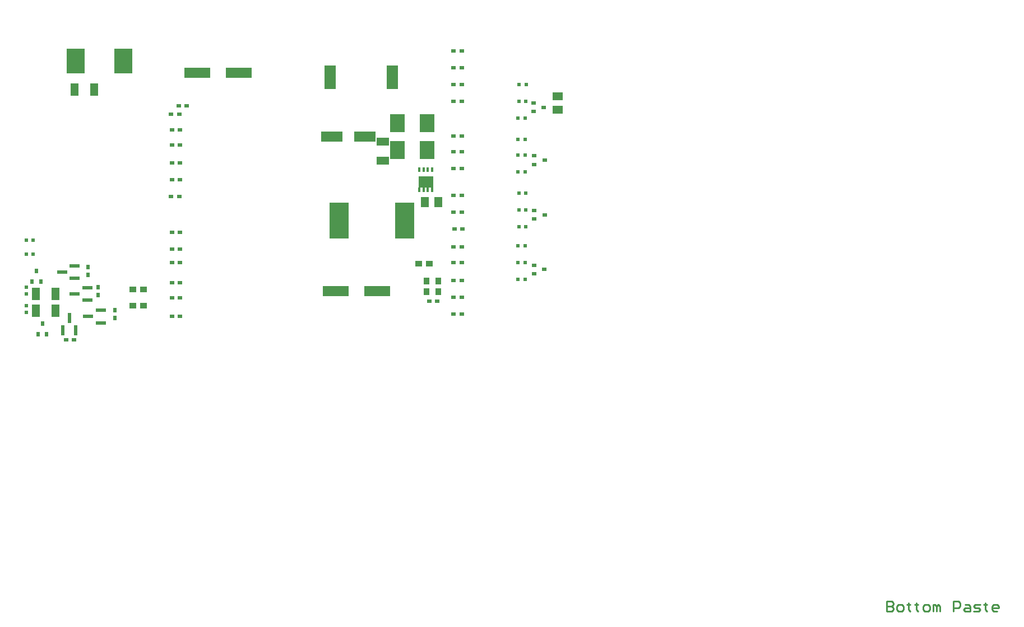
<source format=gbp>
%FSAX24Y24*%
%MOIN*%
G70*
G01*
G75*
G04 Layer_Color=128*
%ADD10C,0.0060*%
%ADD11C,0.0394*%
%ADD12R,0.0374X0.0394*%
%ADD13R,0.0394X0.0374*%
%ADD14R,0.0630X0.0500*%
%ADD15R,0.0500X0.0630*%
%ADD16R,0.0787X0.0787*%
%ADD17R,0.0850X0.1080*%
%ADD18R,0.0512X0.0728*%
%ADD19R,0.0276X0.0276*%
%ADD20R,0.0276X0.0276*%
%ADD21R,0.0236X0.0315*%
%ADD22R,0.0315X0.0236*%
%ADD23R,0.0728X0.0512*%
%ADD24R,0.0600X0.1000*%
%ADD25R,0.0591X0.1102*%
%ADD26R,0.0550X0.0450*%
%ADD27O,0.0669X0.0118*%
%ADD28R,0.0681X0.0748*%
%ADD29R,0.1654X0.1181*%
%ADD30O,0.0138X0.0669*%
%ADD31R,0.0500X0.1200*%
%ADD32R,0.0787X0.0787*%
%ADD33R,0.0220X0.0200*%
%ADD34R,0.0866X0.0236*%
%ADD35R,0.0866X0.0236*%
%ADD36R,0.0272X0.0390*%
%ADD37R,0.0965X0.0748*%
%ADD38R,0.0160X0.0250*%
%ADD39R,0.0197X0.0161*%
%ADD40R,0.0630X0.0118*%
%ADD41O,0.0630X0.0118*%
%ADD42C,0.0200*%
%ADD43C,0.0070*%
%ADD44C,0.0080*%
%ADD45C,0.0120*%
%ADD46C,0.0250*%
%ADD47C,0.0100*%
%ADD48C,0.0500*%
%ADD49C,0.0030*%
%ADD50C,0.0040*%
%ADD51C,0.0600*%
%ADD52C,0.1750*%
%ADD53R,0.0600X0.0600*%
%ADD54R,0.0600X0.0600*%
%ADD55C,0.0750*%
%ADD56R,0.0750X0.0750*%
%ADD57C,0.0800*%
%ADD58R,0.0800X0.0800*%
%ADD59C,0.0591*%
%ADD60R,0.0591X0.0591*%
%ADD61R,0.0550X0.0550*%
%ADD62C,0.0550*%
%ADD63R,0.0550X0.0550*%
%ADD64R,0.0591X0.0591*%
%ADD65C,0.0200*%
%ADD66C,0.0160*%
%ADD67C,0.0400*%
%ADD68C,0.0850*%
%ADD69C,0.0520*%
%ADD70C,0.0554*%
%ADD71C,0.0300*%
%ADD72R,0.1575X0.0630*%
%ADD73R,0.0200X0.0220*%
%ADD74R,0.0236X0.0591*%
%ADD75R,0.0591X0.0236*%
%ADD76R,0.1142X0.2126*%
%ADD77R,0.0701X0.1402*%
%ADD78R,0.0902X0.0673*%
%ADD79R,0.0134X0.0256*%
%ADD80R,0.0134X0.0315*%
%ADD81R,0.1260X0.0630*%
%ADD82R,0.1100X0.1500*%
%ADD83C,0.0050*%
%ADD84C,0.0098*%
%ADD85C,0.0079*%
%ADD86R,0.0200X0.1240*%
%ADD87R,0.0200X0.1640*%
%ADD88R,0.1240X0.0200*%
%ADD89C,0.0000*%
%ADD90R,0.0925X0.0709*%
%ADD91C,0.0787*%
%ADD92R,0.0454X0.0474*%
%ADD93R,0.0474X0.0454*%
%ADD94R,0.0710X0.0580*%
%ADD95R,0.0580X0.0710*%
%ADD96R,0.0867X0.0867*%
%ADD97R,0.0930X0.1160*%
%ADD98R,0.0592X0.0808*%
%ADD99R,0.0356X0.0356*%
%ADD100R,0.0356X0.0356*%
%ADD101R,0.0316X0.0395*%
%ADD102R,0.0395X0.0316*%
%ADD103R,0.0808X0.0592*%
%ADD104R,0.0680X0.1080*%
%ADD105R,0.0671X0.1182*%
%ADD106R,0.0630X0.0530*%
%ADD107O,0.0749X0.0198*%
%ADD108R,0.0761X0.0828*%
%ADD109R,0.1734X0.1261*%
%ADD110O,0.0218X0.0749*%
%ADD111R,0.0580X0.1280*%
%ADD112R,0.0867X0.0867*%
%ADD113R,0.0300X0.0280*%
%ADD114R,0.0946X0.0316*%
%ADD115R,0.0946X0.0316*%
%ADD116R,0.0352X0.0470*%
%ADD117R,0.1025X0.0808*%
%ADD118R,0.0200X0.0290*%
%ADD119R,0.0257X0.0221*%
%ADD120R,0.0710X0.0198*%
%ADD121O,0.0710X0.0198*%
%ADD122C,0.0680*%
%ADD123C,0.1830*%
%ADD124R,0.0680X0.0680*%
%ADD125C,0.0830*%
%ADD126R,0.0830X0.0830*%
%ADD127C,0.0880*%
%ADD128R,0.0880X0.0880*%
%ADD129C,0.0671*%
%ADD130R,0.0671X0.0671*%
%ADD131R,0.0630X0.0630*%
%ADD132C,0.0630*%
%ADD133R,0.0630X0.0630*%
%ADD134R,0.0671X0.0671*%
%ADD135R,0.1655X0.0710*%
%ADD136R,0.0280X0.0300*%
%ADD137R,0.0316X0.0671*%
%ADD138R,0.0671X0.0316*%
%ADD139R,0.1222X0.2206*%
%ADD140R,0.0781X0.1482*%
%ADD141R,0.0982X0.0753*%
%ADD142R,0.0214X0.0336*%
%ADD143R,0.0214X0.0395*%
%ADD144R,0.1340X0.0710*%
%ADD145R,0.1180X0.1580*%
%ADD146C,0.0280*%
G54D12*
X048200Y023885D02*
D03*
Y024515D02*
D03*
X048900Y023885D02*
D03*
Y024515D02*
D03*
G54D13*
X048365Y025550D02*
D03*
X047735D02*
D03*
X030735Y024000D02*
D03*
X031365D02*
D03*
X030735Y023050D02*
D03*
X031365D02*
D03*
G54D14*
X056000Y034700D02*
D03*
Y035500D02*
D03*
G54D15*
X048900Y029200D02*
D03*
X048100D02*
D03*
G54D17*
X046480Y032300D02*
D03*
X048220D02*
D03*
X046480Y033900D02*
D03*
X048220D02*
D03*
G54D18*
X026121Y023750D02*
D03*
X024979D02*
D03*
X026121Y022750D02*
D03*
X024979D02*
D03*
X028421Y035900D02*
D03*
X027279D02*
D03*
G54D21*
X025256Y024485D02*
D03*
X024744D02*
D03*
X025000Y025115D02*
D03*
X025606Y021335D02*
D03*
X025094D02*
D03*
X025350Y021965D02*
D03*
X028650Y023664D02*
D03*
Y024136D02*
D03*
X028050Y025336D02*
D03*
Y024864D02*
D03*
X029650Y022786D02*
D03*
Y022314D02*
D03*
G54D22*
X054600Y031450D02*
D03*
Y031962D02*
D03*
X055230Y031706D02*
D03*
X054600Y028200D02*
D03*
Y028712D02*
D03*
X055230Y028456D02*
D03*
X054585Y024944D02*
D03*
Y025456D02*
D03*
X055215Y025200D02*
D03*
X033014Y034450D02*
D03*
X033486D02*
D03*
X033064Y033500D02*
D03*
X033536D02*
D03*
X033064Y032600D02*
D03*
X033536D02*
D03*
X033064Y031550D02*
D03*
X033536D02*
D03*
X033064Y030550D02*
D03*
X033536D02*
D03*
X033014Y029550D02*
D03*
X033486D02*
D03*
X033064Y027400D02*
D03*
X033536D02*
D03*
X033064Y026400D02*
D03*
X033536D02*
D03*
X033064Y025600D02*
D03*
X033536D02*
D03*
X033064Y024400D02*
D03*
X033536D02*
D03*
X033064Y023500D02*
D03*
X033536D02*
D03*
X033064Y022400D02*
D03*
X033536D02*
D03*
X033464Y034950D02*
D03*
X033936D02*
D03*
X049814Y038200D02*
D03*
X050286D02*
D03*
X049814Y037200D02*
D03*
X050286D02*
D03*
X049814Y036200D02*
D03*
X050286D02*
D03*
X049814Y035200D02*
D03*
X050286D02*
D03*
X049814Y033150D02*
D03*
X050286D02*
D03*
X049814Y032200D02*
D03*
X050286D02*
D03*
X049814Y031200D02*
D03*
X050286D02*
D03*
X049814Y029600D02*
D03*
X050286D02*
D03*
X049814Y028600D02*
D03*
X050286D02*
D03*
X049864Y027600D02*
D03*
X050336D02*
D03*
X049814Y026550D02*
D03*
X050286D02*
D03*
X049814Y025600D02*
D03*
X050286D02*
D03*
X049814Y024550D02*
D03*
X050286D02*
D03*
X049814Y023550D02*
D03*
X050286D02*
D03*
X049814Y022550D02*
D03*
X050286D02*
D03*
X048364Y023300D02*
D03*
X048836D02*
D03*
X026764Y021000D02*
D03*
X027236D02*
D03*
X054550Y034600D02*
D03*
Y035112D02*
D03*
X055180Y034856D02*
D03*
G54D23*
X045600Y032821D02*
D03*
Y031679D02*
D03*
G54D33*
X024400Y023050D02*
D03*
Y022633D02*
D03*
Y024150D02*
D03*
Y023733D02*
D03*
G54D47*
X075550Y005450D02*
Y004850D01*
X075850D01*
X075950Y004950D01*
Y005050D01*
X075850Y005150D01*
X075550D01*
X075850D01*
X075950Y005250D01*
Y005350D01*
X075850Y005450D01*
X075550D01*
X076250Y004850D02*
X076450D01*
X076550Y004950D01*
Y005150D01*
X076450Y005250D01*
X076250D01*
X076150Y005150D01*
Y004950D01*
X076250Y004850D01*
X076850Y005350D02*
Y005250D01*
X076750D01*
X076950D01*
X076850D01*
Y004950D01*
X076950Y004850D01*
X077349Y005350D02*
Y005250D01*
X077249D01*
X077449D01*
X077349D01*
Y004950D01*
X077449Y004850D01*
X077849D02*
X078049D01*
X078149Y004950D01*
Y005150D01*
X078049Y005250D01*
X077849D01*
X077749Y005150D01*
Y004950D01*
X077849Y004850D01*
X078349D02*
Y005250D01*
X078449D01*
X078549Y005150D01*
Y004850D01*
Y005150D01*
X078649Y005250D01*
X078749Y005150D01*
Y004850D01*
X079549D02*
Y005450D01*
X079849D01*
X079949Y005350D01*
Y005150D01*
X079849Y005050D01*
X079549D01*
X080248Y005250D02*
X080448D01*
X080548Y005150D01*
Y004850D01*
X080248D01*
X080149Y004950D01*
X080248Y005050D01*
X080548D01*
X080748Y004850D02*
X081048D01*
X081148Y004950D01*
X081048Y005050D01*
X080848D01*
X080748Y005150D01*
X080848Y005250D01*
X081148D01*
X081448Y005350D02*
Y005250D01*
X081348D01*
X081548D01*
X081448D01*
Y004950D01*
X081548Y004850D01*
X082148D02*
X081948D01*
X081848Y004950D01*
Y005150D01*
X081948Y005250D01*
X082148D01*
X082248Y005150D01*
Y005050D01*
X081848D01*
G54D72*
X037020Y036900D02*
D03*
X034580D02*
D03*
X045250Y023900D02*
D03*
X042809D02*
D03*
G54D73*
X054117Y036200D02*
D03*
X053700D02*
D03*
X054100Y035200D02*
D03*
X053683D02*
D03*
X054050Y034200D02*
D03*
X053633D02*
D03*
X054050Y032950D02*
D03*
X053633D02*
D03*
X054050Y032000D02*
D03*
X053633D02*
D03*
X054050Y031000D02*
D03*
X053633D02*
D03*
X054100Y029750D02*
D03*
X053683D02*
D03*
X054100Y028750D02*
D03*
X053683D02*
D03*
X054100Y027750D02*
D03*
X053683D02*
D03*
X054050Y026600D02*
D03*
X053633D02*
D03*
X054050Y025600D02*
D03*
X053633D02*
D03*
X054050Y024600D02*
D03*
X053633D02*
D03*
X024800Y026100D02*
D03*
X024383D02*
D03*
X024800Y026950D02*
D03*
X024383D02*
D03*
G54D74*
X026950Y022324D02*
D03*
X026576Y021576D02*
D03*
X027324D02*
D03*
G54D75*
X026526Y025050D02*
D03*
X027274Y024676D02*
D03*
Y025424D02*
D03*
X028076Y022400D02*
D03*
X028824Y022026D02*
D03*
Y022774D02*
D03*
X027276Y023750D02*
D03*
X028024Y023376D02*
D03*
Y024124D02*
D03*
G54D76*
X043001Y028100D02*
D03*
X046899D02*
D03*
G54D77*
X046150Y036650D02*
D03*
X042450D02*
D03*
G54D78*
X048150Y030409D02*
D03*
G54D79*
X047766Y029945D02*
D03*
X048022D02*
D03*
X048278D02*
D03*
X048534D02*
D03*
G54D80*
Y031155D02*
D03*
X048278D02*
D03*
X048022D02*
D03*
X047766D02*
D03*
G54D81*
X042566Y033100D02*
D03*
X044534D02*
D03*
G54D82*
X027345Y037600D02*
D03*
X030155D02*
D03*
G54D89*
X026300Y040350D02*
D03*
X055950Y037850D02*
D03*
M02*

</source>
